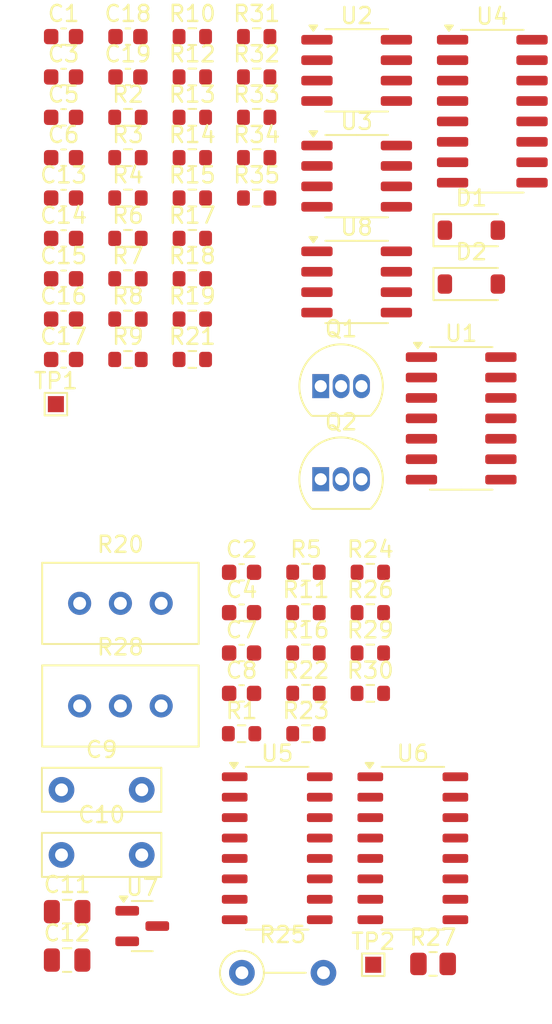
<source format=kicad_pcb>
(kicad_pcb (version 20241229) (generator "pcbnew") (generator_version "9.0")
  (layers (0 "F.Cu" signal) (2 "B.Cu" signal) (13 "F.Paste" user) (15 "B.Paste" user) (5 "F.SilkS" user "F.Silkscreen") (7 "B.SilkS" user "B.Silkscreen") (1 "F.Mask" user) (3 "B.Mask" user) (25 "Edge.Cuts" user))
  (net 0 "")
  (net 1 "GND")
  (net 2 "Net-(C1-Pad1)")
  (net 3 "+5V")
  (net 4 "Net-(D1-K)")
  (net 5 "Net-(D1-A)")
  (net 6 "+2V5")
  (net 7 "-12V")
  (net 8 "Net-(D2-A)")
  (net 9 "Net-(D2-K)")
  (net 10 "Net-(Q1-B)")
  (net 11 "Net-(Q1-C)")
  (net 12 "Net-(Q2-B)")
  (net 13 "Net-(Q2-C)")
  (net 14 "/Pitch_CV_A")
  (net 15 "Net-(U4A--)")
  (net 16 "Net-(U4A-+)")
  (net 17 "Net-(U3B--)")
  (net 18 "Net-(U4C--)")
  (net 19 "Net-(U4C-+)")
  (net 26 "Net-(C1-Pad2)")
  (net 27 "Net-(C2-Pad1)")
  (net 28 "Net-(C3-Pad2)")
  (net 29 "Net-(C3-Pad1)")
  (net 30 "Net-(C4-Pad1)")
  (net 31 "Net-(U6-SOFT_SYNC)")
  (net 33 "Net-(U6-HARD_SYNC)")
  (net 37 "Net-(R2-Pad2)")
  (net 38 "Net-(R3-Pad1)")
  (net 39 "Net-(R4-Pad2)")
  (net 40 "Net-(R12-Pad2)")
  (net 41 "Net-(R17-Pad2)")
  (net 42 "Net-(R18-Pad2)")
  (net 43 "Net-(U2B--)")
  (net 44 "Net-(R20-Pad2)")
  (net 45 "Net-(U6-HF_TRACK)")
  (net 79 "/A_EXPO_IN")
  (net 80 "/Pitch_CV_B")
  (net 81 "/B_EXPO_IN")
  (net 82 "Net-(R28-Pad2)")
  (net 83 "Net-(U6-TCAP)")
  (net 84 "/Pitch and PWM modulation/PMOD_AMT")
  (net 85 "/Pitch and PWM modulation/PMOD_B_AMT")
  (net 86 "/Pitch and PWM modulation/PMOD_SCALED")
  (net 87 "Net-(R21-Pad2)")
  (net 88 "Net-(U8B--)")
  (net 89 "/Pitch and PWM modulation/2.5V_REF")
  (net 90 "Net-(R33-Pad2)")
  (net 91 "Net-(U8A--)")
  (net 92 "/Pitch and PWM modulation/PWM_MOD_OUT")
  (net 93 "/Pitch and PWM modulation/PMOD_EN")
  (net 94 "/Pitch and PWM modulation/PMOD_B_EN")
  (net 95 "/Pitch and PWM modulation/PMOD_IN")
  (net 96 "/Pitch and PWM modulation/PMOD_B_IN")
  (footprint "Capacitor_THT:C_Rect_L7.2mm_W2.5mm_P5.00mm_FKS2_FKP2_MKS2_MKP2" (layer "F.Cu") (at 114.6215 114.632)
    (property "Reference" "C10" (at 2.5 -2.5 0) (layer "F.SilkS"))
    (property "Value" "3.9nf")
    (pad "1" thru_hole circle (at 0 0) (size 1.6 1.6) (drill 0.8) (layers "*.Cu" "*.Mask"))
    (pad "2" thru_hole circle (at 5 0) (size 1.6 1.6) (drill 0.8) (layers "*.Cu" "*.Mask"))
  )
  (footprint "Resistor_SMD:R_0603_1608Metric" (layer "F.Cu") (at 118.7615 78.792)
    (property "Reference" "R7" (at 0 -1.43 0) (layer "F.SilkS"))
    (property "Value" "3.9k")
    (pad "1" smd roundrect (at -0.825 0) (size 0.8 0.95) (layers "F.Cu" "F.Mask" "F.Paste") (net 37 "Net-(R2-Pad2)"))
    (pad "2" smd roundrect (at 0.825 0) (size 0.8 0.95) (layers "F.Cu" "F.Mask" "F.Paste") (net 15 "Net-(U4A--)"))
  )
  (footprint "Resistor_SMD:R_0603_1608Metric" (layer "F.Cu") (at 133.8615 97.052)
    (property "Reference" "R24" (at 0 -1.43 0) (layer "F.SilkS"))
    (property "Value" "4.3k")
    (pad "1" smd roundrect (at -0.825 0) (size 0.8 0.95) (layers "F.Cu" "F.Mask" "F.Paste") (net 1 "GND"))
    (pad "2" smd roundrect (at 0.825 0) (size 0.8 0.95) (layers "F.Cu" "F.Mask" "F.Paste") (net 45 "Net-(U6-HF_TRACK)"))
  )
  (footprint "TestPoint:TestPoint_Pad_1.0x1.0mm" (layer "F.Cu") (at 114.2715 86.592)
    (property "Reference" "TP1" (at 0 -1.448 0) (layer "F.SilkS"))
    (property "Value" "PMOD_TP")
    (pad "1" smd rect (at 0 0) (size 1 1) (layers "F.Cu" "F.Mask") (net 86 "/Pitch and PWM modulation/PMOD_SCALED"))
  )
  (footprint "Resistor_SMD:R_0603_1608Metric" (layer "F.Cu") (at 122.7715 76.282)
    (property "Reference" "R17" (at 0 -1.43 0) (layer "F.SilkS"))
    (property "Value" "6.8k")
    (pad "1" smd roundrect (at -0.825 0) (size 0.8 0.95) (layers "F.Cu" "F.Mask" "F.Paste") (net 11 "Net-(Q1-C)"))
    (pad "2" smd roundrect (at 0.825 0) (size 0.8 0.95) (layers "F.Cu" "F.Mask" "F.Paste") (net 41 "Net-(R17-Pad2)"))
  )
  (footprint "Capacitor_SMD:C_0603_1608Metric" (layer "F.Cu") (at 114.7515 83.812)
    (property "Reference" "C17" (at 0 -1.43 0) (layer "F.SilkS"))
    (property "Value" "0.1uf")
    (pad "1" smd roundrect (at -0.775 0) (size 0.9 0.95) (layers "F.Cu" "F.Mask" "F.Paste") (net 3 "+5V"))
    (pad "2" smd roundrect (at 0.775 0) (size 0.9 0.95) (layers "F.Cu" "F.Mask" "F.Paste") (net 1 "GND"))
  )
  (footprint "Resistor_SMD:R_0603_1608Metric" (layer "F.Cu") (at 126.7815 66.242)
    (property "Reference" "R32" (at 0 -1.43 0) (layer "F.SilkS"))
    (property "Value" "1k")
    (pad "1" smd roundrect (at -0.825 0) (size 0.8 0.95) (layers "F.Cu" "F.Mask" "F.Paste") (net 89 "/Pitch and PWM modulation/2.5V_REF"))
    (pad "2" smd roundrect (at 0.825 0) (size 0.8 0.95) (layers "F.Cu" "F.Mask" "F.Paste") (net 88 "Net-(U8B--)"))
  )
  (footprint "Resistor_SMD:R_0603_1608Metric" (layer "F.Cu") (at 129.8515 107.092)
    (property "Reference" "R23" (at 0 -1.43 0) (layer "F.SilkS"))
    (property "Value" "100k")
    (pad "1" smd roundrect (at -0.825 0) (size 0.8 0.95) (layers "F.Cu" "F.Mask" "F.Paste") (net 79 "/A_EXPO_IN"))
    (pad "2" smd roundrect (at 0.825 0) (size 0.8 0.95) (layers "F.Cu" "F.Mask" "F.Paste") (net 6 "+2V5"))
  )
  (footprint "Capacitor_SMD:C_0603_1608Metric" (layer "F.Cu") (at 118.7615 66.242)
    (property "Reference" "C19" (at 0 -1.43 0) (layer "F.SilkS"))
    (property "Value" "0.1uf")
    (pad "1" smd roundrect (at -0.775 0) (size 0.9 0.95) (layers "F.Cu" "F.Mask" "F.Paste") (net 3 "+5V"))
    (pad "2" smd roundrect (at 0.775 0) (size 0.9 0.95) (layers "F.Cu" "F.Mask" "F.Paste") (net 1 "GND"))
  )
  (footprint "Resistor_SMD:R_0603_1608Metric" (layer "F.Cu") (at 125.8415 107.092)
    (property "Reference" "R1" (at 0 -1.43 0) (layer "F.SilkS"))
    (property "Value" "680")
    (pad "1" smd roundrect (at -0.825 0) (size 0.8 0.95) (layers "F.Cu" "F.Mask" "F.Paste") (net 14 "/Pitch_CV_A"))
    (pad "2" smd roundrect (at 0.825 0) (size 0.8 0.95) (layers "F.Cu" "F.Mask" "F.Paste") (net 27 "Net-(C2-Pad1)"))
  )
  (footprint "Capacitor_SMD:C_0805_2012Metric" (layer "F.Cu") (at 114.9715 121.172)
    (property "Reference" "C12" (at 0 -1.68 0) (layer "F.SilkS"))
    (property "Value" "1uf")
    (pad "1" smd roundrect (at -0.95 0) (size 1 1.45) (layers "F.Cu" "F.Mask" "F.Paste") (net 6 "+2V5"))
    (pad "2" smd roundrect (at 0.95 0) (size 1 1.45) (layers "F.Cu" "F.Mask" "F.Paste") (net 1 "GND"))
  )
  (footprint "Capacitor_SMD:C_0603_1608Metric" (layer "F.Cu") (at 114.7515 71.262)
    (property "Reference" "C6" (at 0 -1.43 0) (layer "F.SilkS"))
    (property "Value" "1nF")
    (pad "1" smd roundrect (at -0.775 0) (size 0.9 0.95) (layers "F.Cu" "F.Mask" "F.Paste") (net 9 "Net-(D2-K)"))
    (pad "2" smd roundrect (at 0.775 0) (size 0.9 0.95) (layers "F.Cu" "F.Mask" "F.Paste") (net 8 "Net-(D2-A)"))
  )
  (footprint "Resistor_SMD:R_0603_1608Metric" (layer "F.Cu") (at 122.7715 73.772)
    (property "Reference" "R15" (at 0 -1.43 0) (layer "F.SilkS"))
    (property "Value" "1k")
    (pad "1" smd roundrect (at -0.825 0) (size 0.8 0.95) (layers "F.Cu" "F.Mask" "F.Paste") (net 1 "GND"))
    (pad "2" smd roundrect (at 0.825 0) (size 0.8 0.95) (layers "F.Cu" "F.Mask" "F.Paste") (net 19 "Net-(U4C-+)"))
  )
  (footprint "Capacitor_SMD:C_0603_1608Metric" (layer "F.Cu") (at 114.7515 68.752)
    (property "Reference" "C5" (at 0 -1.43 0) (layer "F.SilkS"))
    (property "Value" "1nF")
    (pad "1" smd roundrect (at -0.775 0) (size 0.9 0.95) (layers "F.Cu" "F.Mask" "F.Paste") (net 4 "Net-(D1-K)"))
    (pad "2" smd roundrect (at 0.775 0) (size 0.9 0.95) (layers "F.Cu" "F.Mask" "F.Paste") (net 5 "Net-(D1-A)"))
  )
  (footprint "Resistor_SMD:R_0603_1608Metric" (layer "F.Cu") (at 129.8515 97.052)
    (property "Reference" "R5" (at 0 -1.43 0) (layer "F.SilkS"))
    (property "Value" "20k")
    (pad "1" smd roundrect (at -0.825 0) (size 0.8 0.95) (layers "F.Cu" "F.Mask" "F.Paste") (net 27 "Net-(C2-Pad1)"))
    (pad "2" smd roundrect (at 0.825 0) (size 0.8 0.95) (layers "F.Cu" "F.Mask" "F.Paste") (net 79 "/A_EXPO_IN"))
  )
  (footprint "Potentiometer_THT:Potentiometer_Bourns_3296W_Vertical" (layer "F.Cu") (at 120.8315 105.362)
    (property "Reference" "R28" (at -2.54 -3.66 0) (layer "F.SilkS"))
    (property "Value" "5k")
    (pad "1" thru_hole circle (at 0 0) (size 1.44 1.44) (drill 0.8) (layers "*.Cu" "*.Mask") (net 6 "+2V5"))
    (pad "2" thru_hole circle (at -2.54 0) (size 1.44 1.44) (drill 0.8) (layers "*.Cu" "*.Mask") (net 82 "Net-(R28-Pad2)"))
    (pad "3" thru_hole circle (at -5.08 0) (size 1.44 1.44) (drill 0.8) (layers "*.Cu" "*.Mask") (net 1 "GND"))
  )
  (footprint "Package_SO:STC_SOP-16_3.9x9.9mm_P1.27mm" (layer "F.Cu") (at 128.0615 114.217)
    (property "Reference" "U5" (at 0 -5.9 0) (layer "F.SilkS"))
    (property "Value" "SSI2131")
    (pad "1" smd roundrect (at -2.65 -4.445) (size 1.6 0.55) (layers "F.Cu" "F.Mask" "F.Paste"))
    (pad "2" smd roundrect (at -2.65 -3.175) (size 1.6 0.55) (layers "F.Cu" "F.Mask" "F.Paste"))
    (pad "3" smd roundrect (at -2.65 -1.905) (size 1.6 0.55) (layers "F.Cu" "F.Mask" "F.Paste"))
    (pad "4" smd roundrect (at -2.65 -0.635) (size 1.6 0.55) (layers "F.Cu" "F.Mask" "F.Paste"))
    (pad "5" smd roundrect (at -2.65 0.635) (size 1.6 0.55) (layers "F.Cu" "F.Mask" "F.Paste"))
    (pad "6" smd roundrect (at -2.65 1.905) (size 1.6 0.55) (layers "F.Cu" "F.Mask" "F.Paste") (net 81 "/B_EXPO_IN"))
    (pad "7" smd roundrect (at -2.65 3.175) (size 1.6 0.55) (layers "F.Cu" "F.Mask" "F.Paste"))
    (pad "8" smd roundrect (at -2.65 4.445) (size 1.6 0.55) (layers "F.Cu" "F.Mask" "F.Paste"))
    (pad "9" smd roundrect (at 2.65 4.445) (size 1.6 0.55) (layers "F.Cu" "F.Mask" "F.Paste"))
    (pad "10" smd roundrect (at 2.65 3.175) (size 1.6 0.55) (layers "F.Cu" "F.Mask" "F.Paste"))
    (pad "11" smd roundrect (at 2.65 1.905) (size 1.6 0.55) (layers "F.Cu" "F.Mask" "F.Paste"))
    (pad "12" smd roundrect (at 2.65 0.635) (size 1.6 0.55) (layers "F.Cu" "F.Mask" "F.Paste"))
    (pad "13" smd roundrect (at 2.65 -0.635) (size 1.6 0.55) (layers "F.Cu" "F.Mask" "F.Paste"))
    (pad "14" smd roundrect (at 2.65 -1.905) (size 1.6 0.55) (layers "F.Cu" "F.Mask" "F.Paste"))
    (pad "15" smd roundrect (at 2.65 -3.175) (size 1.6 0.55) (layers "F.Cu" "F.Mask" "F.Paste"))
    (pad "16" smd roundrect (at 2.65 -4.445) (size 1.6 0.55) (layers "F.Cu" "F.Mask" "F.Paste"))
  )
  (footprint "Resistor_SMD:R_0603_1608Metric" (layer "F.Cu") (at 126.7815 63.732)
    (property "Reference" "R31" (at 0 -1.43 0) (layer "F.SilkS"))
    (property "Value" "1k")
    (pad "1" smd roundrect (at -0.825 0) (size 0.8 0.95) (layers "F.Cu" "F.Mask" "F.Paste") (net 88 "Net-(U8B--)"))
    (pad "2" smd roundrect (at 0.825 0) (size 0.8 0.95) (layers "F.Cu" "F.Mask" "F.Paste") (net 87 "Net-(R21-Pad2)"))
  )
  (footprint "Resistor_SMD:R_0603_1608Metric" (layer "F.Cu") (at 126.7815 73.772)
    (property "Reference" "R35" (at 0 -1.43 0) (layer "F.SilkS"))
    (property "Value" "1k")
    (pad "1" smd roundrect (at -0.825 0) (size 0.8 0.95) (layers "F.Cu" "F.Mask" "F.Paste") (net 91 "Net-(U8A--)"))
    (pad "2" smd roundrect (at 0.825 0) (size 0.8 0.95) (layers "F.Cu" "F.Mask" "F.Paste") (net 92 "/Pitch and PWM modulation/PWM_MOD_OUT"))
  )
  (footprint "Resistor_SMD:R_0603_1608Metric" (layer "F.Cu") (at 126.7815 68.752)
    (property "Reference" "R33" (at 0 -1.43 0) (layer "F.SilkS"))
    (property "Value" "1k")
    (pad "1" smd roundrect (at -0.825 0) (size 0.8 0.95) (layers "F.Cu" "F.Mask" "F.Paste") (net 88 "Net-(U8B--)"))
    (pad "2" smd roundrect (at 0.825 0) (size 0.8 0.95) (layers "F.Cu" "F.Mask" "F.Paste") (net 90 "Net-(R33-Pad2)"))
  )
  (footprint "Package_SO:SOIC-8_3.9x4.9mm_P1.27mm" (layer "F.Cu") (at 133.0115 72.412)
    (property "Reference" "U3" (at 0 -3.4 0) (layer "F.SilkS"))
    (property "Value" "OPA1678")
    (pad "1" smd roundrect (at -2.475 -1.905) (size 1.95 0.6) (layers "F.Cu" "F.Mask" "F.Paste") (net 12 "Net-(Q2-B)"))
    (pad "2" smd roundrect (at -2.475 -0.635) (size 1.95 0.6) (layers "F.Cu" "F.Mask" "F.Paste") (net 9 "Net-(D2-K)"))
    (pad "3" smd roundrect (at -2.475 0.635) (size 1.95 0.6) (layers "F.Cu" "F.Mask" "F.Paste") (net 1 "GND"))
    (pad "4" smd roundrect (at -2.475 1.905) (size 1.95 0.6) (layers "F.Cu" "F.Mask" "F.Paste") (net 7 "-12V"))
    (pad "5" smd roundrect (at 2.475 1.905) (size 1.95 0.6) (layers "F.Cu" "F.Mask" "F.Paste") (net 1 "GND"))
    (pad "6" smd roundrect (at 2.475 0.635) (size 1.95 0.6) (layers "F.Cu" "F.Mask" "F.Paste") (net 17 "Net-(U3B--)"))
    (pad "7" smd roundrect (at 2.475 -0.635) (size 1.95 0.6) (layers "F.Cu" "F.Mask" "F.Paste") (net 87 "Net-(R21-Pad2)"))
    (pad "8" smd roundrect (at 2.475 -1.905) (size 1.95 0.6) (layers "F.Cu" "F.Mask" "F.Paste") (net 3 "+5V"))
  )
  (footprint "Package_TO_SOT_THT:TO-92_Inline" (layer "F.Cu") (at 130.7715 91.262)
    (property "Reference" "Q2" (at 1.27 -3.56 0) (layer "F.SilkS"))
    (property "Value" "2N3906")
    (pad "1" thru_hole rect (at 0 0) (size 1.05 1.5) (drill 0.75) (layers "*.Cu" "*.Mask") (net 8 "Net-(D2-A)"))
    (pad "2" thru_hole oval (at 1.27 0) (size 1.05 1.5) (drill 0.75) (layers "*.Cu" "*.Mask") (net 12 "Net-(Q2-B)"))
    (pad "3" thru_hole oval (at 2.54 0) (size 1.05 1.5) (drill 0.75) (layers "*.Cu" "*.Mask") (net 13 "Net-(Q2-C)"))
  )
  (footprint "Resistor_SMD:R_0603_1608Metric" (layer "F.Cu") (at 122.7715 83.812)
    (property "Reference" "R21" (at 0 -1.43 0) (layer "F.SilkS"))
    (property "Value" "33k")
    (pad "1" smd roundrect (at -0.825 0) (size 0.8 0.95) (layers "F.Cu" "F.Mask" "F.Paste") (net 17 "Net-(U3B--)"))
    (pad "2" smd roundrect (at 0.825 0) (size 0.8 0.95) (layers "F.Cu" "F.Mask" "F.Paste") (net 87 "Net-(R21-Pad2)"))
  )
  (footprint "Capacitor_SMD:C_0603_1608Metric" (layer "F.Cu") (at 118.7615 63.732)
    (property "Reference" "C18" (at 0 -1.43 0) (layer "F.SilkS"))
    (property "Value" "0.1uf")
    (pad "1" smd roundrect (at -0.775 0) (size 0.9 0.95) (layers "F.Cu" "F.Mask" "F.Paste") (net 7 "-12V"))
    (pad "2" smd roundrect (at 0.775 0) (size 0.9 0.95) (layers "F.Cu" "F.Mask" "F.Paste") (net 1 "GND"))
  )
  (footprint "Capacitor_SMD:C_0603_1608Metric" (layer "F.Cu") (at 125.8415 99.562)
    (property "Reference" "C4" (at 0 -1.43 0) (layer "F.SilkS"))
    (property "Value" "220nF")
    (pad "1" smd roundrect (at -0.775 0) (size 0.9 0.95) (layers "F.Cu" "F.Mask" "F.Paste") (net 30 "Net-(C4-Pad1)"))
    (pad "2" smd roundrect (at 0.775 0) (size 0.9 0.95) (layers "F.Cu" "F.Mask" "F.Paste") (net 1 "GND"))
  )
  (footprint "Capacitor_SMD:C_0603_1608Metric" (layer "F.Cu") (at 114.7515 63.732)
    (property "Reference" "C1" (at 0 -1.43 0) (layer "F.SilkS"))
    (property "Value" "470nF")
    (pad "1" smd roundrect (at -0.775 0) (size 0.9 0.95) (layers "F.Cu" "F.Mask" "F.Paste") (net 2 "Net-(C1-Pad1)"))
    (pad "2" smd roundrect (at 0.775 0) (size 0.9 0.95) (layers "F.Cu" "F.Mask" "F.Paste") (net 26 "Net-(C1-Pad2)"))
  )
  (footprint "Capacitor_SMD:C_0603_1608Metric" (layer "F.Cu") (at 125.8415 102.072)
    (property "Reference" "C7" (at 0 -1.43 0) (layer "F.SilkS"))
    (property "Value" "10n")
    (pad "1" smd roundrect (at -0.775 0) (size 0.9 0.95) (layers "F.Cu" "F.Mask" "F.Paste"))
    (pad "2" smd roundrect (at 0.775 0) (size 0.9 0.95) (layers "F.Cu" "F.Mask" "F.Paste") (net 31 "Net-(U6-SOFT_SYNC)"))
  )
  (footprint "Package_SO:STC_SOP-16_3.9x9.9mm_P1.27mm" (layer "F.Cu") (at 136.5115 114.217)
    (property "Reference" "U6" (at 0 -5.9 0) (layer "F.SilkS"))
    (property "Value" "SSI2131")
    (pad "1" smd roundrect (at -2.65 -4.445) (size 1.6 0.55) (layers "F.Cu" "F.Mask" "F.Paste"))
    (pad "2" smd roundrect (at -2.65 -3.175) (size 1.6 0.55) (layers "F.Cu" "F.Mask" "F.Paste"))
    (pad "3" smd roundrect (at -2.65 -1.905) (size 1.6 0.55) (layers "F.Cu" "F.Mask" "F.Paste"))
    (pad "4" smd roundrect (at -2.65 -0.635) (size 1.6 0.55) (layers "F.Cu" "F.Mask" "F.Paste"))
    (pad "5" smd roundrect (at -2.65 0.635) (size 1.6 0.55) (layers "F.Cu" "F.Mask" "F.Paste") (net 45 "Net-(U6-HF_TRACK)"))
    (pad "6" smd roundrect (at -2.65 1.905) (size 1.6 0.55) (layers "F.Cu" "F.Mask" "F.Paste") (net 79 "/A_EXPO_IN"))
    (pad "7" smd roundrect (at -2.65 3.175) (size 1.6 0.55) (layers "F.Cu" "F.Mask" "F.Paste"))
    (pad "8" smd roundrect (at -2.65 4.445) (size 1.6 0.55) (layers "F.Cu" "F.Mask" "F.Paste") (net 83 "Net-(U6-TCAP)"))
    (pad "9" smd roundrect (at 2.65 4.445) (size 1.6 0.55) (layers "F.Cu" "F.Mask" "F.Paste"))
    (pad "10" smd roundrect (at 2.65 3.175) (size 1.6 0.55) (layers "F.Cu" "F.Mask" "F.Paste") (net 33 "Net-(U6-HARD_SYNC)"))
    (pad "11" smd roundrect (at 2.65 1.905) (size 1.6 0.55) (layers "F.Cu" "F.Mask" "F.Paste") (net 31 "Net-(U6-SOFT_SYNC)"))
    (pad "12" smd roundrect (at 2.65 0.635) (size 1.6 0.55) (layers "F.Cu" "F.Mask" "F.Paste"))
    (pad "13" smd roundrect (at 2.65 -0.635) (size 1.6 0.55) (layers "F.Cu" "F.Mask" "F.Paste"))
    (pad "14" smd roundrect (at 2.65 -1.905) (size 1.6 0.55) (layers "F.Cu" "F.Mask" "F.Paste"))
    (pad "15" smd roundrect (at 2.65 -3.175) (size 1.6 0.55) (layers "F.Cu" "F.Mask" "F.Paste"))
    (pad "16" smd roundrect (at 2.65 -4.445) (size 1.6 0.55) (layers "F.Cu" "F.Mask" "F.Paste"))
  )
  (footprint "Capacitor_SMD:C_0603_1608Metric" (layer "F.Cu") (at 114.7515 81.302)
    (property "Reference" "C16" (at 0 -1.43 0) (layer "F.SilkS"))
    (property "Value" "0.1uf")
    (pad "1" smd roundrect (at -0.775 0) (size 0.9 0.95) (layers "F.Cu" "F.Mask" "F.Paste") (net 7 "-12V"))
    (pad "2" smd roundrect (at 0.775 0) (size 0.9 0.95) (layers "F.Cu" "F.Mask" "F.Paste") (net 1 "GND"))
  )
  (footprint "Resistor_THT:R_Axial_DIN0207_L6.3mm_D2.5mm_P5.08mm_Vertical" (layer "F.Cu") (at 125.8615 121.962)
    (property "Reference" "R25" (at 2.54 -2.37 0) (layer "F.SilkS"))
    (property "Value" "267k")
    (pad "1" thru_hole circle (at 0 0) (size 1.6 1.6) (drill 0.8) (layers "*.Cu" "*.Mask") (net 45 "Net-(U6-HF_TRACK)"))
    (pad "2" thru_hole circle (at 5.08 0) (size 1.6 1.6) (drill 0.8) (layers "*.Cu" "*.Mask") (net 79 "/A_EXPO_IN"))
  )
  (footprint "Resistor_SMD:R_0603_1608Metric" (layer "F.Cu") (at 122.7715 78.792)
    (property "Reference" "R18" (at 0 -1.43 0) (layer "F.SilkS"))
    (property "Value" "6.8k")
    (pad "1" smd roundrect (at -0.825 0) (size 0.8 0.95) (layers "F.Cu" "F.Mask" "F.Paste") (net 13 "Net-(Q2-C)"))
    (pad "2" smd roundrect (at 0.825 0) (size 0.8 0.95) (layers "F.Cu" "F.Mask" "F.Paste") (net 42 "Net-(R18-Pad2)"))
  )
  (footprint "Package_TO_SOT_THT:TO-92_Inline" (layer "F.Cu") (at 130.7715 85.472)
    (property "Reference" "Q1" (at 1.27 -3.56 0) (layer "F.SilkS"))
    (property "Value" "2N3906")
    (pad "1" thru_hole rect (at 0 0) (size 1.05 1.5) (drill 0.75) (layers "*.Cu" "*.Mask") (net 5 "Net-(D1-A)"))
    (pad "2" thru_hole oval (at 1.27 0) (size 1.05 1.5) (drill 0.75) (layers "*.Cu" "*.Mask") (net 10 "Net-(Q1-B)"))
    (pad "3" thru_hole oval (at 2.54 0) (size 1.05 1.5) (drill 0.75) (layers "*.Cu" "*.Mask") (net 11 "Net-(Q1-C)"))
  )
  (footprint "Resistor_SMD:R_0603_1608Metric" (layer "F.Cu") (at 122.7715 81.302)
    (property "Reference" "R19" (at 0 -1.43 0) (layer "F.SilkS"))
    (property "Value" "33k")
    (pad "1" smd roundrect (at -0.825 0) (size 0.8 0.95) (layers "F.Cu" "F.Mask" "F.Paste") (net 43 "Net-(U2B--)"))
    (pad "2" smd roundrect (at 0.825 0) (size 0.8 0.95) (layers "F.Cu" "F.Mask" "F.Paste") (net 86 "/Pitch and PWM modulation/PMOD_SCALED"))
  )
  (footprint "Resistor_SMD:R_0603_1608Metric" (layer "F.Cu") (at 118.7615 68.752)
    (property "Reference" "R2" (at 0 -1.43 0) (layer "F.SilkS"))
    (property "Value" "120k")
    (pad "1" smd roundrect (at -0.825 0) (size 0.8 0.95) (layers "F.Cu" "F.Mask" "F.Paste") (net 26 "Net-(C1-Pad2)"))
    (pad "2" smd roundrect (at 0.825 0) (size 0.8 0.95) (layers "F.Cu" "F.Mask" "F.Paste") (net 37 "Net-(R2-Pad2)"))
  )
  (footprint "Package_SO:SOIC-8_3.9x4.9mm_P1.27mm" (layer "F.Cu") (at 133.0115 65.832)
    (property "Reference" "U2" (at 0 -3.4 0) (layer "F.SilkS"))
    (property "Value" "OPA1678")
    (pad "1" smd roundrect (at -2.475 -1.905) (size 1.95 0.6) (layers "F.Cu" "F.Mask" "F.Paste") (net 10 "Net-(Q1-B)"))
    (pad "2" smd roundrect (at -2.475 -0.635) (size 1.95 0.6) (layers "F.Cu" "F.Mask" "F.Paste") (net 4 "Net-(D1-K)"))
    (pad "3" smd roundrect (at -2.475 0.635) (size 1.95 0.6) (layers "F.Cu" "F.Mask" "F.Paste") (net 1 "GND"))
    (pad "4" smd roundrect (at -2.475 1.905) (size 1.95 0.6) (layers "F.Cu" "F.Mask" "F.Paste") (net 7 "-12V"))
    (pad "5" smd roundrect (at 2.475 1.905) (size 1.95 0.6) (layers "F.Cu" "F.Mask" "F.Paste") (net 1 "GND"))
    (pad "6" smd roundrect (at 2.475 0.635) (size 1.95 0.6) (layers "F.Cu" "F.Mask" "F.Paste") (net 43 "Net-(U2B--)"))
    (pad "7" smd roundrect (at 2.475 -0.635) (size 1.95 0.6) (layers "F.Cu" "F.Mask" "F.Paste") (net 86 "/Pitch and PWM modulation/PMOD_SCALED"))
    (pad "8" smd roundrect (at 2.475 -1.905) (size 1.95 0.6) (layers "F.Cu" "F.Mask" "F.Paste") (net 3 "+5V"))
  )
  (footprint "Capacitor_SMD:C_0805_2012Metric" (layer "F.Cu") (at 114.9715 118.162)
    (property "Reference" "C11" (at 0 -1.68 0) (layer "F.SilkS"))
    (property "Value" "1uf")
    (pad "1" smd roundrect (at -0.95 0) (size 1 1.45) (layers "F.Cu" "F.Mask" "F.Paste") (net 6 "+2V5"))
    (pad "2" smd roundrect (at 0.95 0) (size 1 1.45) (layers "F.Cu" "F.Mask" "F.Paste") (net 1 "GND"))
  )
  (footprint "Capacitor_THT:C_Rect_L7.2mm_W2.5mm_P5.00mm_FKS2_FKP2_MKS2_MKP2" (layer "F.Cu") (at 114.6215 110.582)
    (property "Reference" "C9" (at 2.5 -2.5 0) (layer "F.SilkS"))
    (property "Value" "3.9nf")
    (pad "1" thru_hole circle (at 0 0) (size 1.6 1.6) (drill 0.8) (layers "*.Cu" "*.Mask") (net 83 "Net-(U6-TCAP)"))
    (pad "2" thru_hole circle (at 5 0) (size 1.6 1.6) (drill 0.8) (layers "*.Cu" "*.Mask") (net 1 "GND"))
  )
  (footprint "Resistor_SMD:R_0603_1608Metric" (layer "F.Cu") (at 133.8615 104.582)
    (property "Reference" "R30" (at 0 -1.43 0) (layer "F.SilkS"))
    (property "Value" "100k")
    (pad "1" smd roundrect (at -0.825 0) (size 0.8 0.95) (layers "F.Cu" "F.Mask" "F.Paste") (net 81 "/B_EXPO_IN"))
    (pad "2" smd roundrect (at 0.825 0) (size 0.8 0.95) (layers "F.Cu" "F.Mask" "F.Paste") (net 6 "+2V5"))
  )
  (footprint "Package_SO:SOIC-14_3.9x8.7mm_P1.27mm" (layer "F.Cu") (at 139.5215 87.477)
    (property "Reference" "U1" (at 0 -5.28 0) (layer "F.SilkS"))
    (property "Value" "CD4066BM")
    (pad "1" smd roundrect (at -2.475 -3.81) (size 1.95 0.6) (layers "F.Cu" "F.Mask" "F.Paste") (net 95 "/Pitch and PWM modulation/PMOD_IN"))
    (pad "2" smd roundrect (at -2.475 -2.54) (size 1.95 0.6) (layers "F.Cu" "F.Mask" "F.Paste") (net 2 "Net-(C1-Pad1)"))
    (pad "3" smd roundrect (at -2.475 -1.27) (size 1.95 0.6) (layers "F.Cu" "F.Mask" "F.Paste") (net 29 "Net-(C3-Pad1)"))
    (pad "4" smd roundrect (at -2.475 0) (size 1.95 0.6) (layers "F.Cu" "F.Mask" "F.Paste") (net 96 "/Pitch and PWM modulation/PMOD_B_IN"))
    (pad "5" smd roundrect (at -2.475 1.27) (size 1.95 0.6) (layers "F.Cu" "F.Mask" "F.Paste") (net 94 "/Pitch and PWM modulation/PMOD_B_EN"))
    (pad "6" smd roundrect (at -2.475 2.54) (size 1.95 0.6) (layers "F.Cu" "F.Mask" "F.Paste"))
    (pad "7" smd roundrect (at -2.475 3.81) (size 1.95 0.6) (layers "F.Cu" "F.Mask" "F.Paste") (net 1 "GND"))
    (pad "8" smd roundrect (at 2.475 3.81) (size 1.95 0.6) (layers "F.Cu" "F.Mask" "F.Paste"))
    (pad "9" smd roundrect (at 2.475 2.54) (size 1.95 0.6) (layers "F.Cu" "F.Mask" "F.Paste"))
    (pad "10" smd roundrect (at 2.475 1.27) (size 1.95 0.6) (layers "F.Cu" "F.Mask" "F.Paste"))
    (pad "11" smd roundrect (at 2.475 0) (size 1.95 0.6) (layers "F.Cu" "F.Mask" "F.Paste"))
    (pad "12" smd roundrect (at 2.475 -1.27) (size 1.95 0.6) (layers "F.Cu" "F.Mask" "F.Paste"))
    (pad "13" smd roundrect (at 2.475 -2.54) (size 1.95 0.6) (layers "F.Cu" "F.Mask" "F.Paste") (net 93 "/Pitch and PWM modulation/PMOD_EN"))
    (pad "14" smd roundrect (at 2.475 -3.81) (size 1.95 0.6) (layers "F.Cu" "F.Mask" "F.Paste") (net 3 "+5V"))
  )
  (footprint "Resistor_SMD:R_0603_1608Metric" (layer "F.Cu") (at 118.7615 76.282)
    (property "Reference" "R6" (at 0 -1.43 0) (layer "F.SilkS"))
    (property "Value" "10k")
    (pad "1" smd roundrect (at -0.825 0) (size 0.8 0.95) (layers "F.Cu" "F.Mask" "F.Paste") (net 40 "Net-(R12-Pad2)"))
    (pad "2" smd roundrect (at 0.825 0) (size 0.8 0.95) (layers "F.Cu" "F.Mask" "F.Paste") (net 85 "/Pitch and PWM modulation/PMOD_B_AMT"))
  )
  (footprint "Resistor_SMD:R_0805_2012Metric" (layer "F.Cu") (at 137.7715 121.412)
    (property "Reference" "R27" (at 0 -1.65 0) (layer "F.SilkS"))
    (property "Value" "2k")
    (pad "1" smd roundrect (at -0.9125 0) (size 1.025 1.4) (layers "F.Cu" "F.Mask" "F.Paste") (roundrect_rratio 0.243902) (net 3 "+5V"))
    (pad "2" smd roundrect (at 0.9125 0) (size 1.025 1.4) (layers "F.Cu" "F.Mask" "F.Paste") (roundrect_rratio 0.243902) (net 6 "+2V5"))
  )
  (footprint "Capacitor_SMD:C_0603_1608Metric" (layer "F.Cu") (at 114.7515 76.282)
    (property "Reference" "C14" (at 0 -1.43 0) (layer "F.SilkS"))
    (property "Value" "0.1uf")
    (pad "1" smd roundrect (at -0.775 0) (size 0.9 0.95) (layers "F.Cu" "F.Mask" "F.Paste") (net 7 "-12V"))
    (pad "2" smd roundrect (at 0.775 0) (size 0.9 0.95) (layers "F.Cu" "F.Mask" "F.Paste") (net 1 "GND"))
  )
  (footprint "Resistor_SMD:R_0603_1608Metric" (layer "F.Cu") (at 122.7715 66.242)
    (property "Reference" "R12" (at 0 -1.43 0) (layer "F.SilkS"))
    (property "Value" "2.5k")
    (pad "1" smd roundrect (at -0.825 0) (size 0.8 0.95) (layers "F.Cu" "F.Mask" "F.Paste") (net 9 "Net-(D2-K)"))
    (pad "2" smd roundrect (at 0.825 0) (size 0.8 0.95) (layers "F.Cu" "F.Mask" "F.Paste") (net 40 "Net-(R12-Pad2)"))
  )
  (footprint "Diode_SMD:D_SOD-123" (layer "F.Cu") (at 140.1565 75.772)
    (property "Reference" "D1" (at 0 -2 0) (layer "F.SilkS"))
    (property "Value" "1N4148W")
    (pad "1" smd roundrect (at -1.65 0) (size 0.9 1.2) (layers "F.Cu" "F.Mask" "F.Paste") (net 4 "Net-(D1-K)"))
    (pad "2" smd roundrect (at 1.65 0) (size 0.9 1.2) (layers "F.Cu" "F.Mask" "F.Paste") (net 5 "Net-(D1-A)"))
  )
  (footprint "Resistor_SMD:R_0603_1608Metric" (layer "F.Cu") (at 133.8615 99.562)
    (property "Reference" "R26" (at 0 -1.43 0) (layer "F.SilkS"))
    (property "Value" "10k")
    (pad "1" smd roundrect (at -0.825 0) (size 0.8 0.95) (layers "F.Cu" "F.Mask" "F.Paste") (net 1 "GND"))
    (pad "2" smd roundrect (at 0.825 0) (size 0.8 0.95) (layers "F.Cu" "F.Mask" "F.Paste") (net 33 "Net-(U6-HARD_SYNC)"))
  )
  (footprint "Resistor_SMD:R_0603_1608Metric" (layer "F.Cu") (at 129.8515 99.562)
    (property "Reference" "R11" (at 0 -1.43 0) (layer "F.SilkS"))
    (property "Value" "680")
    (pad "1" smd roundrect (at -0.825 0) (size 0.8 0.95) (layers "F.Cu" "F.Mask" "F.Paste") (net 80 "/Pitch_CV_B"))
    (pad "2" smd roundrect (at 0.825 0) (size 0.8 0.95) (layers "F.Cu" "F.Mask" "F.Paste") (net 30 "Net-(C4-Pad1)"))
  )
  (footprint "Resistor_SMD:R_0603_1608Metric" (layer "F.Cu") (at 133.8615 102.072)
    (property "Reference" "R29" (at 0 -1.43 0) (layer "F.SilkS"))
    (property "Value" "10k")
    (pad "1" smd roundrect (at -0.825 0) (size 0.8 0.95) (layers "F.Cu" "F.Mask" "F.Paste") (net 82 "Net-(R28-Pad2)"))
    (pad "2" smd roundrect (at 0.825 0) (size 0.8 0.95) (layers "F.Cu" "F.Mask" "F.Paste") (net 81 "/B_EXPO_IN"))
  )
  (footprint "Resistor_SMD:R_0603_1608Metric" (layer "F.Cu") (at 118.7615 73.772)
    (property "Reference" "R4" (at 0 -1.43 0) (layer "F.SilkS"))
    (property "Value" "120k")
    (pad "1" smd roundrect (at -0.825 0) (size 0.8 0.95) (layers "F.Cu" "F.Mask" "F.Paste") (net 28 "Net-(C3-Pad2)"))
    (pad "2" smd roundrect (at 0.825 0) (size 0.8 0.95) (layers "F.Cu" "F.Mask" "F.Paste") (net 39 "Net-(R4-Pad2)"))
  )
  (footprint "Resistor_SMD:R_0603_1608Metric" (layer "F.Cu") (at 122.7715 63.732)
    (property "Reference" "R10" (at 0 -1.43 0) (layer "F.SilkS"))
    (property "Value" "1k")
    (pad "1" smd roundrect (at -0.825 0) (size 0.8 0.95) (layers "F.Cu" "F.Mask" "F.Paste") (net 1 "GND"))
    (pad "2" smd roundrect (at 0.825 0) (size 0.8 0.95) (layers "F.Cu" "F.Mask" "F.Paste") (net 15 "Net-(U4A--)"))
  )
  (footprint "Resistor_SMD:R_0603_1608Metric" (layer "F.Cu") (at 129.8515 102.072)
    (property "Reference" "R16" (at 0 -1.43 0) (layer "F.SilkS"))
    (property "Value" "20k")
    (pad "1" smd roundrect (at -0.825 0) (size 0.8 0.95) (layers "F.Cu" "F.Mask" "F.Paste") (net 30 "Net-(C4-Pad1)"))
    (pad "2" smd roundrect (at 0.825 0) (size 0.8 0.95) (layers "F.Cu" "F.Mask" "F.Paste") (net 81 "/B_EXPO_IN"))
  )
  (footprint "Package_SO:SOIC-8_3.9x4.9mm_P1.27mm" (layer "F.Cu") (at 133.0115 78.992)
    (property "Reference" "U8" (at 0 -3.4 0) (layer "F.SilkS"))
    (property "Value" "OPA1678")
    (pad "1" smd roundrect (at -2.475 -1.905) (size 1.95 0.6) (layers "F.Cu" "F.Mask" "F.Paste") (net 92 "/Pitch and PWM modulation/PWM_MOD_OUT"))
    (pad "2" smd roundrect (at -2.475 -0.635) (size 1.95 0.6) (layers "F.Cu" "F.Mask" "F.Paste") (net 91 "Net-(U8A--)"))
    (pad "3" smd roundrect (at -2.475 0.635) (size 1.95 0.6) (layers "F.Cu" "F.Mask" "F.Paste") (net 1 "GND"))
    (pad "4" smd roundrect (at -2.475 1.905) (size 1.95 0.6) (layers "F.Cu" "F.Mask" "F.Paste"))
    (pad "5" smd roundrect (at 2.475 1.905) (size 1.95 0.6) (layers "F.Cu" "F.Mask" "F.Paste") (net 1 "GND"))
    (pad "6" smd roundrect (at 2.475 0.635) (size 1.95 0.6) (layers "F.Cu" "F.Mask" "F.Paste") (net 88 "Net-(U8B--)"))
    (pad "7" smd roundrect (at 2.475 -0.635) (size 1.95 0.6) (layers "F.Cu" "F.Mask" "F.Paste") (net 90 "Net-(R33-Pad2)"))
    (pad "8" smd roundrect (at 2.475 -1.905) (size 1.95 0.6) (layers "F.Cu" "F.Mask" "F.Paste"))
  )
  (footprint "Resistor_SMD:R_0603_1608Metric" (layer "F.Cu") (at 118.7615 81.302)
    (property "Reference" "R8" (at 0 -1.43 0) (layer "F.SilkS"))
    (property "Value" "2.5k")
    (pad "1" smd roundrect (at -0.825 0) (size 0.8 0.95) (layers "F.Cu" "F.Mask" "F.Paste") (net 4 "Net-(D1-K)"))
    (pad "2" smd roundrect (at 0.825 0) (size 0.8 0.95) (layers "F.Cu" "F.Mask" "F.Paste") (net 38 "Net-(R3-Pad1)"))
  )
  (footprint "Capacitor_SMD:C_0603_1608Metric" (layer "F.Cu") (at 125.8415 97.052)
    (property "Reference" "C2" (at 0 -1.43 0) (layer "F.SilkS"))
    (property "Value" "220nF")
    (pad "1" smd roundrect (at -0.775 0) (size 0.9 0.95) (layers "F.Cu" "F.Mask" "F.Paste") (net 27 "Net-(C2-Pad1)"))
    (pad "2" smd roundrect (at 0.775 0) (size 0.9 0.95) (layers "F.Cu" "F.Mask" "F.Paste") (net 1 "GND"))
  )
  (footprint "Capacitor_SMD:C_0603_1608Metric" (layer "F.Cu") (at 125.8415 104.582)
    (property "Reference" "C8" (at 0 -1.43 0) (layer "F.SilkS"))
    (property "Value" "10n")
    (pad "1" smd roundrect (at -0.775 0) (size 0.9 0.95) (layers "F.Cu" "F.Mask" "F.Paste"))
    (pad "2" smd roundrect (at 0.775 0) (size 0.9 0.95) (layers "F.Cu" "F.Mask" "F.Paste") (net 33 "Net-(U6-HARD_SYNC)"))
  )
  (footprint "Resistor_SMD:R_0603_1608Metric" (layer "F.Cu") (at 129.8515 104.582)
    (property "Reference" "R22" (at 0 -1.43 0) (layer "F.SilkS"))
    (property "Value" "10k")
    (pad "1" smd roundrect (at -0.825 0) (size 0.8 0.95) (layers "F.Cu" "F.Mask" "F.Paste") (net 44 "Net-(R20-Pad2)"))
    (pad "2" smd roundrect (at 0.825 0) (size 0.8 0.95) (layers "F.Cu" "F.Mask" "F.Paste") (net 79 "/A_EXPO_IN"))
  )
  (footprint "Potentiometer_THT:Potentiometer_Bourns_3296W_Vertical" (layer "F.Cu") (at 120.8315 98.982)
    (property "Reference" "R20" (at -2.54 -3.66 0) (layer "F.SilkS"))
    (property "Value" "5k")
    (pad "1" thru_hole circle (at 0 0) (size 1.44 1.44) (drill 0.8) (layers "*.Cu" "*.Mask") (net 6 "+2V5"))
    (pad "2" thru_hole circle (at -2.54 0) (size 1.44 1.44) (drill 0.8) (layers "*.Cu" "*.Mask") (net 44 "Net-(R20-Pad2)"))
    (pad "3" thru_hole circle (at -5.08 0) (size 1.44 1.44) (drill 0.8) (layers "*.Cu" "*.Mask") (net 1 "GND"))
  )
  (footprint "Resistor_SMD:R_0603_1608Metric" (layer "F.Cu") (at 122.7715 71.262)
    (property "Reference" "R14" (at 0 -1.43 0) (layer "F.SilkS"))
    (property "Value" "1k")
    (pad "1" smd roundrect (at -0.825 0) (size 0.8 0.95) (layers "F.Cu" "F.Mask" "F.Paste") (net 1 "GND"))
    (pad "2" smd roundrect (at 0.825 0) (size 0.8 0.95) (layers "F.Cu" "F.Mask" "F.Paste") (net 16 "Net-(U4A-+)"))
  )
  (footprint "Resistor_SMD:R_0603_1608Metric" (layer "F.Cu") (at 118.7615 71.262)
    (property "Reference" "R3" (at 0 -1.43 0) (layer "F.SilkS"))
    (property "Value" "10k")
    (pad "1" smd roundrect (at -0.825 0) (size 0.8 0.95) (layers "F.Cu" "F.Mask" "F.Paste") (net 38 "Net-(R3-Pad1)"))
    (pad "2" smd roundrect (at 0.825 0) (size 0.8 0.95) (layers "F.Cu" "F.Mask" "F.Paste") (net 84 "/Pitch and PWM modulation/PMOD_AMT"))
  )
  (footprint "Package_SO:SOIC-16_3.9x9.9mm_P1.27mm" (layer "F.Cu") (at 141.4615 68.372)
    (property "Reference" "U4" (at 0 -5.9 0) (layer "F.SilkS"))
    (property "Value" "LM13700")
    (pad "1" smd roundrect (at -2.475 -4.445) (size 1.95 0.6) (layers "F.Cu" "F.Mask" "F.Paste") (net 42 "Net-(R18-Pad2)"))
    (pad "2" smd roundrect (at -2.475 -3.175) (size 1.95 0.6) (layers "F.Cu" "F.Mask" "F.Paste"))
    (pad "3" smd roundrect (at -2.475 -1.905) (size 1.95 0.6) (layers "F.Cu" "F.Mask" "F.Paste") (net 19 "Net-(U4C-+)"))
    (pad "4" smd roundrect (at -2.475 -0.635) (size 1.95 0.6) (layers "F.Cu" "F.Mask" "F.Paste") (net 18 "Net-(U4C--)"))
    (pad "5" smd roundrect (at -2.475 0.635) (size 1.95 0.6) (layers "F.Cu" "F.Mask" "F.Paste") (net 17 "Net-(U3B--)"))
    (pad "6" smd roundrect (at -2.475 1.905) (size 1.95 0.6) (layers "F.Cu" "F.Mask" "F.Paste") (net 7 "-12V"))
    (pad "7" smd roundrect (at -2.475 3.175) (size 1.95 0.6) (layers "F.Cu" "F.Mask" "F.Paste"))
    (pad "8" smd roundrect (at -2.475 4.445) (size 1.95 0.6) (layers "F.Cu" "F.Mask" "F.Paste"))
    (pad "9" smd roundrect (at 2.475 4.445) (size 1.95 0.6) (layers "F.Cu" "F.Mask" "F.Paste"))
    (pad "10" smd roundrect (at 2.475 3.175) (size 1.95 0.6) (layers "F.Cu" "F.Mask" "F.Paste"))
    (pad "11" smd roundrect (at 2.475 1.905) (size 1.95 0.6) (layers "F.Cu" "F.Mask" "F.Paste") (net 3 "+5V"))
    (pad "12" smd roundrect (at 2.475 0.635) (size 1.95 0.6) (layers "F.Cu" "F.Mask" "F.Paste") (net 43 "Net-(U2B--)"))
    (pad "13" smd roundrect (at 2.475 -0.635) (size 1.95 0.6) (layers "F.Cu" "F.Mask" "F.Paste") (net 15 "Net-(U4A--)"))
    (pad "14" smd roundrect (at 2.475 -1.905) (size 1.95 0.6) (layers "F.Cu" "F.Mask" "F.Paste") (net 16 "Net-(U4A-+)"))
    (pad "15" smd roundrect (at 2.475 -3.175) (size 1.95 0.6) (layers "F.Cu" "F.Mask" "F.Paste"))
    (pad "16" smd roundrect (at 2.475 -4.445) (size 1.95 0.6) (layers "F.Cu" "F.Mask" "F.Paste") (net 41 "Net-(R17-Pad2)"))
  )
  (footprint "Capacitor_SMD:C_0603_1608Metric" (layer "F.Cu") (at 114.7515 78.792)
    (property "Reference" "C15" (at 0 -1.43 0) (layer "F.SilkS"))
    (property "Value" "0.1uf")
    (pad "1" smd roundrect (at -0.775 0) (size 0.9 0.95) (layers "F.Cu" "F.Mask" "F.Paste") (net 3 "+5V"))
    (pad "2" smd roundrect (at 0.775 0) (size 0.9 0.95) (layers "F.Cu" "F.Mask" "F.Paste") (net 1 "GND"))
  )
  (footprint "Capacitor_SMD:C_0603_1608Metric" (layer "F.Cu") (at 114.7515 66.242)
    (property "Reference" "C3" (at 0 -1.43 0) (layer "F.SilkS"))
    (property "Value" "470nF")
    (pad "1" smd roundrect (at -0.775 0) (size 0.9 0.95) (layers "F.Cu" "F.Mask" "F.Paste") (net 29 "Net-(C3-Pad1)"))
    (pad "2" smd roundrect (at 0.775 0) (size 0.9 0.95) (layers "F.Cu" "F.Mask" "F.Paste") (net 28 "Net-(C3-Pad2)"))
  )
  (footprint "Resistor_SMD:R_0603_1608Metric" (layer "F.Cu") (at 122.7715 68.752)
    (property "Reference" "R13" (at 0 -1.43 0) (layer "F.SilkS"))
    (property "Value" "1k")
    (pad "1" smd roundrect (at -0.825 0) (size 0.8 0.95) (layers "F.Cu" "F.Mask" "F.Paste") (net 1 "GND"))
    (pad "2" smd roundrect (at 0.825 0) (size 0.8 0.95) (layers "F.Cu" "F.Mask" "F.Paste") (net 18 "Net-(U4C--)"))
  )
  (footprint "Diode_SMD:D_SOD-123" (layer "F.Cu") (at 140.1565 79.122)
    (property "Reference" "D2" (at 0 -2 0) (layer "F.SilkS"))
    (property "Value" "1N4148W")
    (pad "1" smd roundrect (at -1.65 0) (size 0.9 1.2) (layers "F.Cu" "F.Mask" "F.Paste") (net 9 "Net-(D2-K)"))
    (pad "2" smd roundrect (at 1.65 0) (size 0.9 1.2) (layers "F.Cu" "F.Mask" "F.Paste") (net 8 "Net-(D2-A)"))
  )
  (footprint "Resistor_SMD:R_0603_1608Metric" (layer "F.Cu") (at 126.7815 71.262)
    (property "Reference" "R34" (at 0 -1.43 0) (layer "F.SilkS"))
    (property "Value" "1k")
    (pad "1" smd roundrect (at -0.825 0) (size 0.8 0.95) (layers "F.Cu" "F.Mask" "F.Paste") (net 90 "Net-(R33-Pad2)"))
    (pad "2" smd roundrect (at 0.825 0) (size 0.8 0.95) (layers "F.Cu" "F.Mask" "F.Paste") (net 91 "Net-(U8A--)"))
  )
  (footprint "Capacitor_SMD:C_0603_1608Metric" (layer "F.Cu") (at 114.7515 73.772)
    (property "Reference" "C13" (at 0 -1.43 0) (layer "F.SilkS"))
    (property "Value" "0.1uf")
    (pad "1" smd roundrect (at -0.775 0) (size 0.9 0.95) (layers "F.Cu" "F.Mask" "F.Paste") (net 3 "+5V"))
    (pad "2" smd roundrect (at 0.775 0) (size 0.9 0.95) (layers "F.Cu" "F.Mask" "F.Paste") (net 1 "GND"))
  )
  (footprint "TestPoint:TestPoint_Pad_1.0x1.0mm" (layer "F.Cu") (at 134.0415 121.462)
    (property "Reference" "TP2" (at 0 -1.448 0) (layer "F.SilkS"))
    (property "Value" "2V5 TP")
    (pad "1" smd rect (at 0 0) (size 1 1) (layers "F.Cu" "F.Mask") (net 6 "+2V5"))
  )
  (footprint "Resistor_SMD:R_0603_1608Metric" (layer "F.Cu") (at 118.7615 83.812)
    (property "Reference" "R9" (at 0 -1.43 0) (layer "F.SilkS"))
    (property "Value" "3.9k")
    (pad "1" smd roundrect (at -0.825 0) (size 0.8 0.95) (layers "F.Cu" "F.Mask" "F.Paste") (net 39 "Net-(R4-Pad2)"))
    (pad "2" smd roundrect (at 0.825 0) (size 0.8 0.95) (layers "F.Cu" "F.Mask" "F.Paste") (net 18 "Net-(U4C--)"))
  )
  (footprint "Package_TO_SOT_SMD:SOT-23" (layer "F.Cu") (at 119.6515 119.057)
    (property "Reference" "U7" (at 0 -2.4 0) (layer "F.SilkS"))
    (property "Value" "LM4040DBZ-2.5")
    (pad "1" smd roundrect (at -0.9375 -0.95) (size 1.475 0.6) (layers "F.Cu" "F.Mask" "F.Paste") (net 6 "+2V5"))
    (pad "2" smd roundrect (at -0.9375 0.95) (size 1.475 0.6) (layers "F.Cu" "F.Mask" "F.Paste") (net 1 "GND"))
    (pad "3" smd roundrect (at 0.9375 0) (size 1.475 0.6) (layers "F.Cu" "F.Mask" "F.Paste"))
  )
)
</source>
